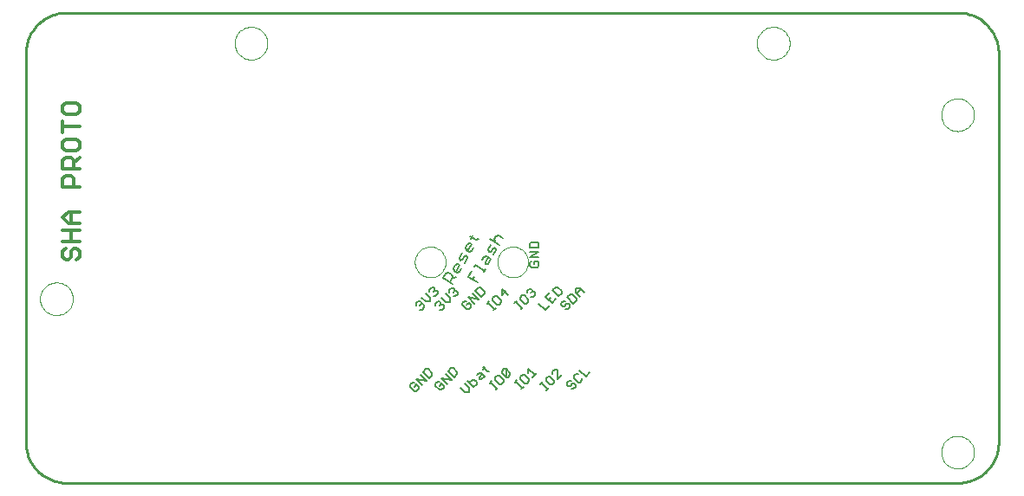
<source format=gto>
G75*
%MOIN*%
%OFA0B0*%
%FSLAX24Y24*%
%IPPOS*%
%LPD*%
%AMOC8*
5,1,8,0,0,1.08239X$1,22.5*
%
%ADD10C,0.0100*%
%ADD11C,0.0000*%
%ADD12C,0.0080*%
%ADD13C,0.0060*%
%ADD14C,0.0120*%
D10*
X002168Y020695D02*
X036420Y020695D01*
X036497Y020697D01*
X036574Y020703D01*
X036651Y020712D01*
X036727Y020725D01*
X036803Y020742D01*
X036877Y020763D01*
X036951Y020787D01*
X037023Y020815D01*
X037093Y020846D01*
X037162Y020881D01*
X037230Y020919D01*
X037295Y020960D01*
X037358Y021005D01*
X037419Y021053D01*
X037478Y021103D01*
X037534Y021156D01*
X037587Y021212D01*
X037637Y021271D01*
X037685Y021332D01*
X037730Y021395D01*
X037771Y021460D01*
X037809Y021528D01*
X037844Y021597D01*
X037875Y021667D01*
X037903Y021739D01*
X037927Y021813D01*
X037948Y021887D01*
X037965Y021963D01*
X037978Y022039D01*
X037987Y022116D01*
X037993Y022193D01*
X037995Y022270D01*
X037995Y037231D01*
X037993Y037308D01*
X037987Y037385D01*
X037978Y037462D01*
X037965Y037538D01*
X037948Y037614D01*
X037927Y037688D01*
X037903Y037762D01*
X037875Y037834D01*
X037844Y037904D01*
X037809Y037973D01*
X037771Y038041D01*
X037730Y038106D01*
X037685Y038169D01*
X037637Y038230D01*
X037587Y038289D01*
X037534Y038345D01*
X037478Y038398D01*
X037419Y038448D01*
X037358Y038496D01*
X037295Y038541D01*
X037230Y038582D01*
X037162Y038620D01*
X037093Y038655D01*
X037023Y038686D01*
X036951Y038714D01*
X036877Y038738D01*
X036803Y038759D01*
X036727Y038776D01*
X036651Y038789D01*
X036574Y038798D01*
X036497Y038804D01*
X036420Y038806D01*
X002168Y038806D01*
X002091Y038804D01*
X002014Y038798D01*
X001937Y038789D01*
X001861Y038776D01*
X001785Y038759D01*
X001711Y038738D01*
X001637Y038714D01*
X001565Y038686D01*
X001495Y038655D01*
X001426Y038620D01*
X001358Y038582D01*
X001293Y038541D01*
X001230Y038496D01*
X001169Y038448D01*
X001110Y038398D01*
X001054Y038345D01*
X001001Y038289D01*
X000951Y038230D01*
X000903Y038169D01*
X000858Y038106D01*
X000817Y038041D01*
X000779Y037973D01*
X000744Y037904D01*
X000713Y037834D01*
X000685Y037762D01*
X000661Y037688D01*
X000640Y037614D01*
X000623Y037538D01*
X000610Y037462D01*
X000601Y037385D01*
X000595Y037308D01*
X000593Y037231D01*
X000593Y022270D01*
X000595Y022193D01*
X000601Y022116D01*
X000610Y022039D01*
X000623Y021963D01*
X000640Y021887D01*
X000661Y021813D01*
X000685Y021739D01*
X000713Y021667D01*
X000744Y021597D01*
X000779Y021528D01*
X000817Y021460D01*
X000858Y021395D01*
X000903Y021332D01*
X000951Y021271D01*
X001001Y021212D01*
X001054Y021156D01*
X001110Y021103D01*
X001169Y021053D01*
X001230Y021005D01*
X001293Y020960D01*
X001358Y020919D01*
X001426Y020881D01*
X001495Y020846D01*
X001565Y020815D01*
X001637Y020787D01*
X001711Y020763D01*
X001785Y020742D01*
X001861Y020725D01*
X001937Y020712D01*
X002014Y020703D01*
X002091Y020697D01*
X002168Y020695D01*
D11*
X001144Y027782D02*
X001146Y027832D01*
X001152Y027882D01*
X001162Y027931D01*
X001176Y027979D01*
X001193Y028026D01*
X001214Y028071D01*
X001239Y028115D01*
X001267Y028156D01*
X001299Y028195D01*
X001333Y028232D01*
X001370Y028266D01*
X001410Y028296D01*
X001452Y028323D01*
X001496Y028347D01*
X001542Y028368D01*
X001589Y028384D01*
X001637Y028397D01*
X001687Y028406D01*
X001736Y028411D01*
X001787Y028412D01*
X001837Y028409D01*
X001886Y028402D01*
X001935Y028391D01*
X001983Y028376D01*
X002029Y028358D01*
X002074Y028336D01*
X002117Y028310D01*
X002158Y028281D01*
X002197Y028249D01*
X002233Y028214D01*
X002265Y028176D01*
X002295Y028136D01*
X002322Y028093D01*
X002345Y028049D01*
X002364Y028003D01*
X002380Y027955D01*
X002392Y027906D01*
X002400Y027857D01*
X002404Y027807D01*
X002404Y027757D01*
X002400Y027707D01*
X002392Y027658D01*
X002380Y027609D01*
X002364Y027561D01*
X002345Y027515D01*
X002322Y027471D01*
X002295Y027428D01*
X002265Y027388D01*
X002233Y027350D01*
X002197Y027315D01*
X002158Y027283D01*
X002117Y027254D01*
X002074Y027228D01*
X002029Y027206D01*
X001983Y027188D01*
X001935Y027173D01*
X001886Y027162D01*
X001837Y027155D01*
X001787Y027152D01*
X001736Y027153D01*
X001687Y027158D01*
X001637Y027167D01*
X001589Y027180D01*
X001542Y027196D01*
X001496Y027217D01*
X001452Y027241D01*
X001410Y027268D01*
X001370Y027298D01*
X001333Y027332D01*
X001299Y027369D01*
X001267Y027408D01*
X001239Y027449D01*
X001214Y027493D01*
X001193Y027538D01*
X001176Y027585D01*
X001162Y027633D01*
X001152Y027682D01*
X001146Y027732D01*
X001144Y027782D01*
X008624Y037624D02*
X008626Y037674D01*
X008632Y037724D01*
X008642Y037773D01*
X008656Y037821D01*
X008673Y037868D01*
X008694Y037913D01*
X008719Y037957D01*
X008747Y037998D01*
X008779Y038037D01*
X008813Y038074D01*
X008850Y038108D01*
X008890Y038138D01*
X008932Y038165D01*
X008976Y038189D01*
X009022Y038210D01*
X009069Y038226D01*
X009117Y038239D01*
X009167Y038248D01*
X009216Y038253D01*
X009267Y038254D01*
X009317Y038251D01*
X009366Y038244D01*
X009415Y038233D01*
X009463Y038218D01*
X009509Y038200D01*
X009554Y038178D01*
X009597Y038152D01*
X009638Y038123D01*
X009677Y038091D01*
X009713Y038056D01*
X009745Y038018D01*
X009775Y037978D01*
X009802Y037935D01*
X009825Y037891D01*
X009844Y037845D01*
X009860Y037797D01*
X009872Y037748D01*
X009880Y037699D01*
X009884Y037649D01*
X009884Y037599D01*
X009880Y037549D01*
X009872Y037500D01*
X009860Y037451D01*
X009844Y037403D01*
X009825Y037357D01*
X009802Y037313D01*
X009775Y037270D01*
X009745Y037230D01*
X009713Y037192D01*
X009677Y037157D01*
X009638Y037125D01*
X009597Y037096D01*
X009554Y037070D01*
X009509Y037048D01*
X009463Y037030D01*
X009415Y037015D01*
X009366Y037004D01*
X009317Y036997D01*
X009267Y036994D01*
X009216Y036995D01*
X009167Y037000D01*
X009117Y037009D01*
X009069Y037022D01*
X009022Y037038D01*
X008976Y037059D01*
X008932Y037083D01*
X008890Y037110D01*
X008850Y037140D01*
X008813Y037174D01*
X008779Y037211D01*
X008747Y037250D01*
X008719Y037291D01*
X008694Y037335D01*
X008673Y037380D01*
X008656Y037427D01*
X008642Y037475D01*
X008632Y037524D01*
X008626Y037574D01*
X008624Y037624D01*
X015553Y029199D02*
X015555Y029247D01*
X015561Y029295D01*
X015571Y029342D01*
X015584Y029388D01*
X015602Y029433D01*
X015622Y029477D01*
X015647Y029519D01*
X015675Y029558D01*
X015705Y029595D01*
X015739Y029629D01*
X015776Y029661D01*
X015814Y029690D01*
X015855Y029715D01*
X015898Y029737D01*
X015943Y029755D01*
X015989Y029769D01*
X016036Y029780D01*
X016084Y029787D01*
X016132Y029790D01*
X016180Y029789D01*
X016228Y029784D01*
X016276Y029775D01*
X016322Y029763D01*
X016367Y029746D01*
X016411Y029726D01*
X016453Y029703D01*
X016493Y029676D01*
X016531Y029646D01*
X016566Y029613D01*
X016598Y029577D01*
X016628Y029539D01*
X016654Y029498D01*
X016676Y029455D01*
X016696Y029411D01*
X016711Y029366D01*
X016723Y029319D01*
X016731Y029271D01*
X016735Y029223D01*
X016735Y029175D01*
X016731Y029127D01*
X016723Y029079D01*
X016711Y029032D01*
X016696Y028987D01*
X016676Y028943D01*
X016654Y028900D01*
X016628Y028859D01*
X016598Y028821D01*
X016566Y028785D01*
X016531Y028752D01*
X016493Y028722D01*
X016453Y028695D01*
X016411Y028672D01*
X016367Y028652D01*
X016322Y028635D01*
X016276Y028623D01*
X016228Y028614D01*
X016180Y028609D01*
X016132Y028608D01*
X016084Y028611D01*
X016036Y028618D01*
X015989Y028629D01*
X015943Y028643D01*
X015898Y028661D01*
X015855Y028683D01*
X015814Y028708D01*
X015776Y028737D01*
X015739Y028769D01*
X015705Y028803D01*
X015675Y028840D01*
X015647Y028879D01*
X015622Y028921D01*
X015602Y028965D01*
X015584Y029010D01*
X015571Y029056D01*
X015561Y029103D01*
X015555Y029151D01*
X015553Y029199D01*
X018730Y029199D02*
X018732Y029247D01*
X018738Y029295D01*
X018748Y029342D01*
X018761Y029388D01*
X018779Y029433D01*
X018799Y029477D01*
X018824Y029519D01*
X018852Y029558D01*
X018882Y029595D01*
X018916Y029629D01*
X018953Y029661D01*
X018991Y029690D01*
X019032Y029715D01*
X019075Y029737D01*
X019120Y029755D01*
X019166Y029769D01*
X019213Y029780D01*
X019261Y029787D01*
X019309Y029790D01*
X019357Y029789D01*
X019405Y029784D01*
X019453Y029775D01*
X019499Y029763D01*
X019544Y029746D01*
X019588Y029726D01*
X019630Y029703D01*
X019670Y029676D01*
X019708Y029646D01*
X019743Y029613D01*
X019775Y029577D01*
X019805Y029539D01*
X019831Y029498D01*
X019853Y029455D01*
X019873Y029411D01*
X019888Y029366D01*
X019900Y029319D01*
X019908Y029271D01*
X019912Y029223D01*
X019912Y029175D01*
X019908Y029127D01*
X019900Y029079D01*
X019888Y029032D01*
X019873Y028987D01*
X019853Y028943D01*
X019831Y028900D01*
X019805Y028859D01*
X019775Y028821D01*
X019743Y028785D01*
X019708Y028752D01*
X019670Y028722D01*
X019630Y028695D01*
X019588Y028672D01*
X019544Y028652D01*
X019499Y028635D01*
X019453Y028623D01*
X019405Y028614D01*
X019357Y028609D01*
X019309Y028608D01*
X019261Y028611D01*
X019213Y028618D01*
X019166Y028629D01*
X019120Y028643D01*
X019075Y028661D01*
X019032Y028683D01*
X018991Y028708D01*
X018953Y028737D01*
X018916Y028769D01*
X018882Y028803D01*
X018852Y028840D01*
X018824Y028879D01*
X018799Y028921D01*
X018779Y028965D01*
X018761Y029010D01*
X018748Y029056D01*
X018738Y029103D01*
X018732Y029151D01*
X018730Y029199D01*
X028703Y037624D02*
X028705Y037674D01*
X028711Y037724D01*
X028721Y037773D01*
X028735Y037821D01*
X028752Y037868D01*
X028773Y037913D01*
X028798Y037957D01*
X028826Y037998D01*
X028858Y038037D01*
X028892Y038074D01*
X028929Y038108D01*
X028969Y038138D01*
X029011Y038165D01*
X029055Y038189D01*
X029101Y038210D01*
X029148Y038226D01*
X029196Y038239D01*
X029246Y038248D01*
X029295Y038253D01*
X029346Y038254D01*
X029396Y038251D01*
X029445Y038244D01*
X029494Y038233D01*
X029542Y038218D01*
X029588Y038200D01*
X029633Y038178D01*
X029676Y038152D01*
X029717Y038123D01*
X029756Y038091D01*
X029792Y038056D01*
X029824Y038018D01*
X029854Y037978D01*
X029881Y037935D01*
X029904Y037891D01*
X029923Y037845D01*
X029939Y037797D01*
X029951Y037748D01*
X029959Y037699D01*
X029963Y037649D01*
X029963Y037599D01*
X029959Y037549D01*
X029951Y037500D01*
X029939Y037451D01*
X029923Y037403D01*
X029904Y037357D01*
X029881Y037313D01*
X029854Y037270D01*
X029824Y037230D01*
X029792Y037192D01*
X029756Y037157D01*
X029717Y037125D01*
X029676Y037096D01*
X029633Y037070D01*
X029588Y037048D01*
X029542Y037030D01*
X029494Y037015D01*
X029445Y037004D01*
X029396Y036997D01*
X029346Y036994D01*
X029295Y036995D01*
X029246Y037000D01*
X029196Y037009D01*
X029148Y037022D01*
X029101Y037038D01*
X029055Y037059D01*
X029011Y037083D01*
X028969Y037110D01*
X028929Y037140D01*
X028892Y037174D01*
X028858Y037211D01*
X028826Y037250D01*
X028798Y037291D01*
X028773Y037335D01*
X028752Y037380D01*
X028735Y037427D01*
X028721Y037475D01*
X028711Y037524D01*
X028705Y037574D01*
X028703Y037624D01*
X035790Y034869D02*
X035792Y034919D01*
X035798Y034969D01*
X035808Y035018D01*
X035822Y035066D01*
X035839Y035113D01*
X035860Y035158D01*
X035885Y035202D01*
X035913Y035243D01*
X035945Y035282D01*
X035979Y035319D01*
X036016Y035353D01*
X036056Y035383D01*
X036098Y035410D01*
X036142Y035434D01*
X036188Y035455D01*
X036235Y035471D01*
X036283Y035484D01*
X036333Y035493D01*
X036382Y035498D01*
X036433Y035499D01*
X036483Y035496D01*
X036532Y035489D01*
X036581Y035478D01*
X036629Y035463D01*
X036675Y035445D01*
X036720Y035423D01*
X036763Y035397D01*
X036804Y035368D01*
X036843Y035336D01*
X036879Y035301D01*
X036911Y035263D01*
X036941Y035223D01*
X036968Y035180D01*
X036991Y035136D01*
X037010Y035090D01*
X037026Y035042D01*
X037038Y034993D01*
X037046Y034944D01*
X037050Y034894D01*
X037050Y034844D01*
X037046Y034794D01*
X037038Y034745D01*
X037026Y034696D01*
X037010Y034648D01*
X036991Y034602D01*
X036968Y034558D01*
X036941Y034515D01*
X036911Y034475D01*
X036879Y034437D01*
X036843Y034402D01*
X036804Y034370D01*
X036763Y034341D01*
X036720Y034315D01*
X036675Y034293D01*
X036629Y034275D01*
X036581Y034260D01*
X036532Y034249D01*
X036483Y034242D01*
X036433Y034239D01*
X036382Y034240D01*
X036333Y034245D01*
X036283Y034254D01*
X036235Y034267D01*
X036188Y034283D01*
X036142Y034304D01*
X036098Y034328D01*
X036056Y034355D01*
X036016Y034385D01*
X035979Y034419D01*
X035945Y034456D01*
X035913Y034495D01*
X035885Y034536D01*
X035860Y034580D01*
X035839Y034625D01*
X035822Y034672D01*
X035808Y034720D01*
X035798Y034769D01*
X035792Y034819D01*
X035790Y034869D01*
X035790Y021876D02*
X035792Y021926D01*
X035798Y021976D01*
X035808Y022025D01*
X035822Y022073D01*
X035839Y022120D01*
X035860Y022165D01*
X035885Y022209D01*
X035913Y022250D01*
X035945Y022289D01*
X035979Y022326D01*
X036016Y022360D01*
X036056Y022390D01*
X036098Y022417D01*
X036142Y022441D01*
X036188Y022462D01*
X036235Y022478D01*
X036283Y022491D01*
X036333Y022500D01*
X036382Y022505D01*
X036433Y022506D01*
X036483Y022503D01*
X036532Y022496D01*
X036581Y022485D01*
X036629Y022470D01*
X036675Y022452D01*
X036720Y022430D01*
X036763Y022404D01*
X036804Y022375D01*
X036843Y022343D01*
X036879Y022308D01*
X036911Y022270D01*
X036941Y022230D01*
X036968Y022187D01*
X036991Y022143D01*
X037010Y022097D01*
X037026Y022049D01*
X037038Y022000D01*
X037046Y021951D01*
X037050Y021901D01*
X037050Y021851D01*
X037046Y021801D01*
X037038Y021752D01*
X037026Y021703D01*
X037010Y021655D01*
X036991Y021609D01*
X036968Y021565D01*
X036941Y021522D01*
X036911Y021482D01*
X036879Y021444D01*
X036843Y021409D01*
X036804Y021377D01*
X036763Y021348D01*
X036720Y021322D01*
X036675Y021300D01*
X036629Y021282D01*
X036581Y021267D01*
X036532Y021256D01*
X036483Y021249D01*
X036433Y021246D01*
X036382Y021247D01*
X036333Y021252D01*
X036283Y021261D01*
X036235Y021274D01*
X036188Y021290D01*
X036142Y021311D01*
X036098Y021335D01*
X036056Y021362D01*
X036016Y021392D01*
X035979Y021426D01*
X035945Y021463D01*
X035913Y021502D01*
X035885Y021543D01*
X035860Y021587D01*
X035839Y021632D01*
X035822Y021679D01*
X035808Y021727D01*
X035798Y021776D01*
X035792Y021826D01*
X035790Y021876D01*
D12*
X018944Y030115D02*
X018762Y030220D01*
X018666Y030194D01*
X018596Y030073D01*
X018622Y029977D01*
X018471Y029856D02*
X018366Y029674D01*
X018391Y029578D01*
X018487Y029604D01*
X018557Y029725D01*
X018653Y029751D01*
X018679Y029655D01*
X018573Y029473D01*
X018483Y029317D02*
X018378Y029135D01*
X018283Y029110D01*
X018257Y029205D01*
X018362Y029387D01*
X018301Y029422D02*
X018483Y029317D01*
X018301Y029422D02*
X018206Y029397D01*
X018136Y029275D01*
X017861Y029080D02*
X018225Y028869D01*
X018190Y028809D02*
X018260Y028930D01*
X017861Y029080D02*
X017826Y029019D01*
X017736Y028863D02*
X017596Y028620D01*
X017960Y028410D01*
X017778Y028515D02*
X017848Y028637D01*
X017473Y029165D02*
X017579Y029347D01*
X017553Y029443D01*
X017457Y029417D01*
X017387Y029296D01*
X017291Y029270D01*
X017266Y029366D01*
X017371Y029548D01*
X017522Y029669D02*
X017496Y029765D01*
X017566Y029886D01*
X017662Y029912D01*
X017722Y029877D01*
X017582Y029634D01*
X017522Y029669D02*
X017643Y029599D01*
X017739Y029625D01*
X017809Y029746D01*
X017908Y030058D02*
X018004Y030084D01*
X017908Y030058D02*
X017665Y030198D01*
X017691Y030103D02*
X017761Y030224D01*
X018440Y030082D02*
X018804Y029872D01*
X017348Y028949D02*
X017278Y028827D01*
X017183Y028802D01*
X017061Y028872D01*
X017036Y028967D01*
X017106Y029089D01*
X017201Y029114D01*
X017262Y029079D01*
X017122Y028837D01*
X016971Y028716D02*
X016997Y028620D01*
X016892Y028438D01*
X016962Y028559D02*
X017153Y028611D01*
X016971Y028716D02*
X016850Y028786D01*
X016754Y028760D01*
X016649Y028578D01*
X017013Y028368D01*
D13*
X017035Y028194D02*
X017075Y028154D01*
X017075Y028074D01*
X017155Y028074D01*
X017195Y028034D01*
X017195Y027954D01*
X017115Y027874D01*
X017035Y027874D01*
X016895Y027814D02*
X016734Y027974D01*
X016875Y028034D02*
X016875Y028114D01*
X016955Y028194D01*
X017035Y028194D01*
X017075Y028074D02*
X017035Y028034D01*
X016895Y027814D02*
X016895Y027653D01*
X016734Y027653D01*
X016574Y027814D01*
X016514Y027674D02*
X016554Y027633D01*
X016554Y027553D01*
X016634Y027553D01*
X016675Y027513D01*
X016675Y027433D01*
X016594Y027353D01*
X016514Y027353D01*
X016514Y027513D02*
X016554Y027553D01*
X016514Y027674D02*
X016434Y027674D01*
X016354Y027593D01*
X016354Y027513D01*
X016135Y027673D02*
X016135Y027833D01*
X015975Y027994D01*
X016115Y028054D02*
X016115Y028134D01*
X016195Y028214D01*
X016275Y028214D01*
X016315Y028174D01*
X016315Y028094D01*
X016395Y028094D01*
X016436Y028054D01*
X016436Y027973D01*
X016355Y027893D01*
X016275Y027893D01*
X016275Y028054D02*
X016315Y028094D01*
X016135Y027673D02*
X015975Y027673D01*
X015814Y027833D01*
X015754Y027693D02*
X015794Y027653D01*
X015794Y027573D01*
X015875Y027573D01*
X015915Y027533D01*
X015915Y027453D01*
X015835Y027372D01*
X015754Y027372D01*
X015754Y027533D02*
X015794Y027573D01*
X015754Y027693D02*
X015674Y027693D01*
X015594Y027613D01*
X015594Y027533D01*
X017388Y027541D02*
X017548Y027381D01*
X017628Y027381D01*
X017709Y027461D01*
X017709Y027541D01*
X017628Y027621D01*
X017548Y027541D01*
X017388Y027541D02*
X017388Y027621D01*
X017468Y027701D01*
X017548Y027701D01*
X017608Y027841D02*
X018009Y027761D01*
X017769Y028002D01*
X017869Y028102D02*
X018109Y027861D01*
X018229Y027982D01*
X018229Y028062D01*
X018069Y028222D01*
X017989Y028222D01*
X017869Y028102D01*
X017608Y027841D02*
X017849Y027601D01*
X018336Y027599D02*
X018416Y027680D01*
X018376Y027639D02*
X018616Y027399D01*
X018576Y027359D02*
X018656Y027439D01*
X018710Y027572D02*
X018790Y027572D01*
X018870Y027653D01*
X018870Y027733D01*
X018710Y027893D01*
X018630Y027893D01*
X018549Y027813D01*
X018549Y027733D01*
X018710Y027572D01*
X018890Y027913D02*
X019050Y028073D01*
X019131Y027913D02*
X018890Y028154D01*
X018890Y027913D01*
X019384Y027616D02*
X019464Y027696D01*
X019424Y027656D02*
X019665Y027415D01*
X019625Y027375D02*
X019705Y027455D01*
X019758Y027589D02*
X019838Y027589D01*
X019919Y027669D01*
X019919Y027749D01*
X019758Y027910D01*
X019678Y027910D01*
X019598Y027829D01*
X019598Y027749D01*
X019758Y027589D01*
X020019Y027849D02*
X020099Y027849D01*
X020179Y027929D01*
X020179Y028010D01*
X020139Y028050D01*
X020059Y028050D01*
X020019Y028010D01*
X020059Y028050D02*
X020059Y028130D01*
X020019Y028170D01*
X019938Y028170D01*
X019858Y028090D01*
X019858Y028010D01*
X020321Y027593D02*
X020562Y027352D01*
X020722Y027512D01*
X020822Y027612D02*
X020982Y027773D01*
X021082Y027873D02*
X021203Y027993D01*
X021203Y028073D01*
X021042Y028234D01*
X020962Y028234D01*
X020842Y028113D01*
X021082Y027873D01*
X021265Y027701D02*
X021185Y027621D01*
X021185Y027541D01*
X021225Y027501D01*
X021305Y027501D01*
X021385Y027581D01*
X021465Y027581D01*
X021506Y027541D01*
X021506Y027461D01*
X021425Y027381D01*
X021345Y027381D01*
X021345Y027701D02*
X021265Y027701D01*
X021405Y027841D02*
X021525Y027962D01*
X021606Y027962D01*
X021766Y027801D01*
X021766Y027721D01*
X021646Y027601D01*
X021405Y027841D01*
X021746Y028022D02*
X021746Y028182D01*
X021906Y028182D01*
X022067Y028022D01*
X021946Y028142D02*
X021786Y027982D01*
X021746Y028022D02*
X021906Y027861D01*
X020822Y027612D02*
X020581Y027853D01*
X020742Y028013D01*
X020782Y027813D02*
X020702Y027733D01*
X020258Y029006D02*
X020031Y029006D01*
X019975Y029063D01*
X019975Y029176D01*
X020031Y029233D01*
X020145Y029233D02*
X020145Y029119D01*
X020145Y029233D02*
X020258Y029233D01*
X020315Y029176D01*
X020315Y029063D01*
X020258Y029006D01*
X020315Y029374D02*
X019975Y029374D01*
X020315Y029601D01*
X019975Y029601D01*
X019975Y029743D02*
X019975Y029913D01*
X020031Y029970D01*
X020258Y029970D01*
X020315Y029913D01*
X020315Y029743D01*
X019975Y029743D01*
X018255Y025146D02*
X018175Y025065D01*
X018175Y025146D02*
X018335Y024985D01*
X018415Y024985D01*
X018235Y024805D02*
X018115Y024685D01*
X018034Y024685D01*
X018034Y024765D01*
X018155Y024885D01*
X018115Y024925D02*
X018235Y024805D01*
X018115Y024925D02*
X018034Y024925D01*
X017954Y024845D01*
X017854Y024665D02*
X017774Y024665D01*
X017654Y024544D01*
X017574Y024625D02*
X017814Y024384D01*
X017934Y024504D01*
X017934Y024585D01*
X017854Y024665D01*
X017634Y024364D02*
X017473Y024525D01*
X017313Y024364D02*
X017473Y024204D01*
X017634Y024204D01*
X017634Y024364D01*
X017187Y024877D02*
X017187Y024957D01*
X017027Y025118D01*
X016946Y025118D01*
X016826Y024998D01*
X017067Y024757D01*
X017187Y024877D01*
X016967Y024657D02*
X016726Y024898D01*
X016566Y024737D02*
X016967Y024657D01*
X016806Y024497D02*
X016566Y024737D01*
X016506Y024597D02*
X016426Y024597D01*
X016345Y024517D01*
X016345Y024437D01*
X016506Y024276D01*
X016586Y024276D01*
X016666Y024356D01*
X016666Y024437D01*
X016586Y024517D01*
X016506Y024437D01*
X016219Y024834D02*
X016098Y024714D01*
X015858Y024954D01*
X015978Y025075D01*
X016058Y025075D01*
X016219Y024914D01*
X016219Y024834D01*
X015998Y024614D02*
X015758Y024854D01*
X015597Y024694D02*
X015998Y024614D01*
X015838Y024453D02*
X015597Y024694D01*
X015537Y024554D02*
X015457Y024554D01*
X015377Y024474D01*
X015377Y024393D01*
X015537Y024233D01*
X015617Y024233D01*
X015698Y024313D01*
X015698Y024393D01*
X015617Y024474D01*
X015537Y024393D01*
X018424Y024528D02*
X018504Y024609D01*
X018464Y024569D02*
X018705Y024328D01*
X018745Y024368D02*
X018664Y024288D01*
X018798Y024502D02*
X018878Y024502D01*
X018958Y024582D01*
X018958Y024662D01*
X018798Y024822D01*
X018718Y024822D01*
X018638Y024742D01*
X018638Y024662D01*
X018798Y024502D01*
X019058Y024762D02*
X018898Y024922D01*
X018898Y025003D01*
X018978Y025083D01*
X019058Y025083D01*
X019058Y024762D01*
X019139Y024762D01*
X019219Y024842D01*
X019219Y024922D01*
X019058Y025083D01*
X019482Y024646D02*
X019402Y024566D01*
X019442Y024606D02*
X019683Y024365D01*
X019643Y024325D02*
X019723Y024405D01*
X019776Y024539D02*
X019857Y024539D01*
X019937Y024619D01*
X019937Y024699D01*
X019776Y024860D01*
X019696Y024860D01*
X019616Y024780D01*
X019616Y024699D01*
X019776Y024539D01*
X020077Y024759D02*
X020237Y024920D01*
X020157Y024840D02*
X019916Y025080D01*
X019916Y024920D01*
X020377Y024505D02*
X020457Y024586D01*
X020417Y024546D02*
X020657Y024305D01*
X020617Y024265D02*
X020697Y024345D01*
X020751Y024479D02*
X020831Y024479D01*
X020911Y024559D01*
X020911Y024639D01*
X020751Y024799D01*
X020671Y024799D01*
X020590Y024719D01*
X020590Y024639D01*
X020751Y024479D01*
X021051Y024699D02*
X021051Y025020D01*
X021011Y025060D01*
X020931Y025060D01*
X020851Y024980D01*
X020851Y024899D01*
X021051Y024699D02*
X021212Y024859D01*
X021485Y024630D02*
X021405Y024550D01*
X021405Y024470D01*
X021445Y024430D01*
X021525Y024430D01*
X021605Y024510D01*
X021685Y024510D01*
X021725Y024470D01*
X021725Y024390D01*
X021645Y024310D01*
X021565Y024310D01*
X021565Y024630D02*
X021485Y024630D01*
X021665Y024731D02*
X021825Y024570D01*
X021906Y024570D01*
X021986Y024650D01*
X021986Y024731D01*
X022126Y024790D02*
X021885Y025031D01*
X021825Y024891D02*
X021745Y024891D01*
X021665Y024811D01*
X021665Y024731D01*
X022126Y024790D02*
X022286Y024951D01*
D14*
X002659Y029405D02*
X002552Y029299D01*
X002659Y029405D02*
X002659Y029619D01*
X002552Y029726D01*
X002446Y029726D01*
X002339Y029619D01*
X002339Y029405D01*
X002232Y029299D01*
X002125Y029299D01*
X002019Y029405D01*
X002019Y029619D01*
X002125Y029726D01*
X002019Y029998D02*
X002659Y029998D01*
X002339Y029998D02*
X002339Y030425D01*
X002339Y030698D02*
X002339Y031125D01*
X002232Y031125D02*
X002659Y031125D01*
X002659Y030698D02*
X002232Y030698D01*
X002019Y030912D01*
X002232Y031125D01*
X002019Y030425D02*
X002659Y030425D01*
X002659Y032098D02*
X002019Y032098D01*
X002019Y032418D01*
X002125Y032525D01*
X002339Y032525D01*
X002446Y032418D01*
X002446Y032098D01*
X002446Y032798D02*
X002446Y033118D01*
X002339Y033225D01*
X002125Y033225D01*
X002019Y033118D01*
X002019Y032798D01*
X002659Y032798D01*
X002446Y033011D02*
X002659Y033225D01*
X002552Y033497D02*
X002659Y033604D01*
X002659Y033818D01*
X002552Y033924D01*
X002125Y033924D01*
X002019Y033818D01*
X002019Y033604D01*
X002125Y033497D01*
X002552Y033497D01*
X002019Y034197D02*
X002019Y034624D01*
X002019Y034411D02*
X002659Y034411D01*
X002552Y034897D02*
X002125Y034897D01*
X002019Y035004D01*
X002019Y035217D01*
X002125Y035324D01*
X002552Y035324D01*
X002659Y035217D01*
X002659Y035004D01*
X002552Y034897D01*
M02*

</source>
